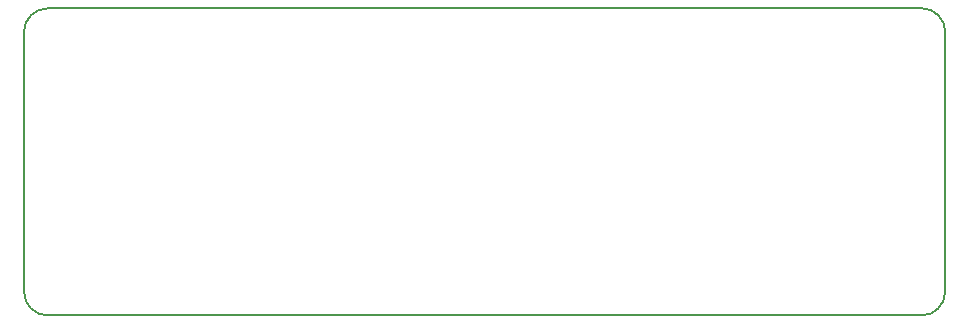
<source format=gbr>
G04 #@! TF.FileFunction,Profile,NP*
%FSLAX46Y46*%
G04 Gerber Fmt 4.6, Leading zero omitted, Abs format (unit mm)*
G04 Created by KiCad (PCBNEW 4.0.5) date 02/16/17 10:34:01*
%MOMM*%
%LPD*%
G01*
G04 APERTURE LIST*
%ADD10C,0.100000*%
%ADD11C,0.150000*%
G04 APERTURE END LIST*
D10*
D11*
X159000000Y-105000000D02*
X159000000Y-83000000D01*
X83000000Y-107000000D02*
X157000000Y-107000000D01*
X81000000Y-83000000D02*
X81000000Y-105000000D01*
X157000000Y-81000000D02*
X83000000Y-81000000D01*
X83000000Y-81000000D02*
G75*
G03X81000000Y-83000000I0J-2000000D01*
G01*
X81000000Y-105000000D02*
G75*
G03X83000000Y-107000000I2000000J0D01*
G01*
X157000000Y-107000000D02*
G75*
G03X159000000Y-105000000I0J2000000D01*
G01*
X159000000Y-83000000D02*
G75*
G03X157000000Y-81000000I-2000000J0D01*
G01*
M02*

</source>
